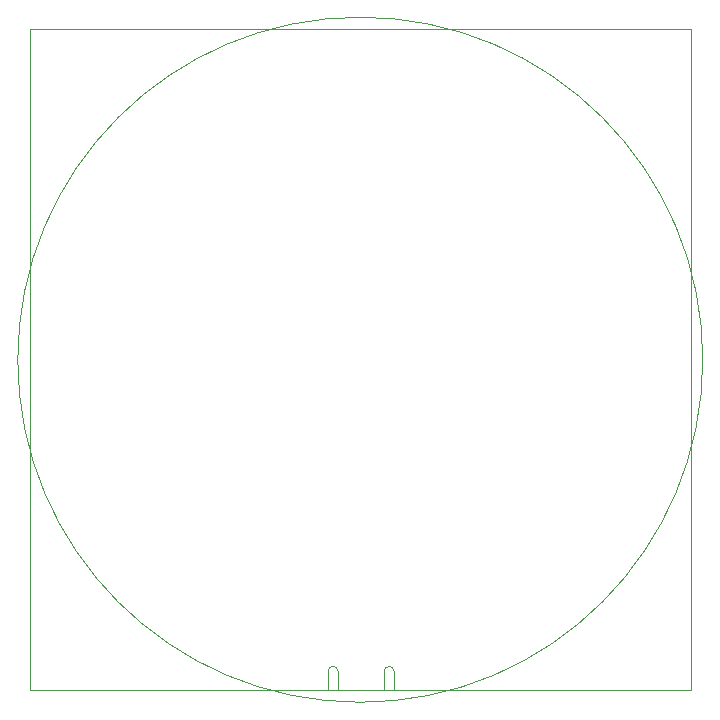
<source format=gm1>
G04 #@! TF.GenerationSoftware,KiCad,Pcbnew,7.0.5-7.0.5~ubuntu22.04.1*
G04 #@! TF.CreationDate,2023-06-04T23:43:19-04:00*
G04 #@! TF.ProjectId,reaction-trainer,72656163-7469-46f6-9e2d-747261696e65,1.0*
G04 #@! TF.SameCoordinates,Original*
G04 #@! TF.FileFunction,Profile,NP*
%FSLAX46Y46*%
G04 Gerber Fmt 4.6, Leading zero omitted, Abs format (unit mm)*
G04 Created by KiCad (PCBNEW 7.0.5-7.0.5~ubuntu22.04.1) date 2023-06-04 23:43:19*
%MOMM*%
%LPD*%
G01*
G04 APERTURE LIST*
G04 #@! TA.AperFunction,Profile*
%ADD10C,0.100000*%
G04 #@! TD*
G04 APERTURE END LIST*
D10*
X107000000Y-62000000D02*
X163000000Y-62000000D01*
X163000000Y-118000000D01*
X107000000Y-118000000D01*
X107000000Y-62000000D01*
X164000000Y-90000000D02*
G75*
G03*
X164000000Y-90000000I-29000000J0D01*
G01*
X131316800Y-117967800D02*
X132266800Y-117967800D01*
X132266800Y-116392800D02*
X132266800Y-117967800D01*
X133116800Y-116392800D02*
X133116800Y-117967800D01*
X133116800Y-117967800D02*
X137016800Y-117967800D01*
X137016800Y-116392800D02*
X137016800Y-117967800D01*
X137866800Y-116392800D02*
X137866800Y-117967800D01*
X137866800Y-117967800D02*
X138816800Y-117967800D01*
X133116800Y-116392800D02*
G75*
G03*
X132266800Y-116392800I-425000J0D01*
G01*
X137866800Y-116392800D02*
G75*
G03*
X137016800Y-116392800I-425000J0D01*
G01*
M02*

</source>
